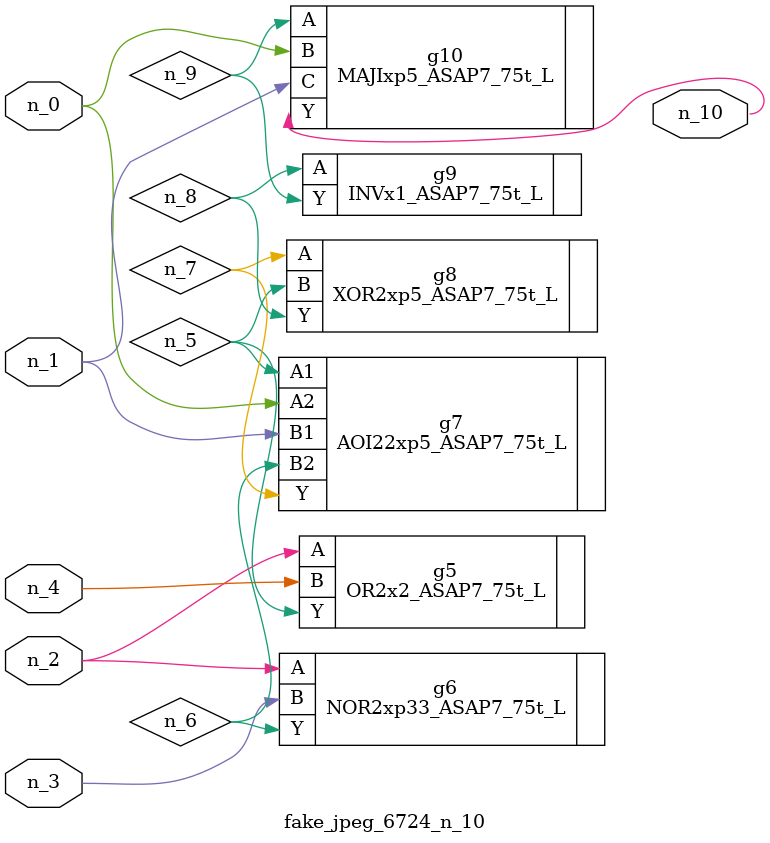
<source format=v>
module fake_jpeg_6724_n_10 (n_3, n_2, n_1, n_0, n_4, n_10);

input n_3;
input n_2;
input n_1;
input n_0;
input n_4;

output n_10;

wire n_8;
wire n_9;
wire n_6;
wire n_5;
wire n_7;

OR2x2_ASAP7_75t_L g5 ( 
.A(n_2),
.B(n_4),
.Y(n_5)
);

NOR2xp33_ASAP7_75t_L g6 ( 
.A(n_2),
.B(n_3),
.Y(n_6)
);

AOI22xp5_ASAP7_75t_L g7 ( 
.A1(n_5),
.A2(n_0),
.B1(n_1),
.B2(n_6),
.Y(n_7)
);

XOR2xp5_ASAP7_75t_L g8 ( 
.A(n_7),
.B(n_5),
.Y(n_8)
);

INVx1_ASAP7_75t_L g9 ( 
.A(n_8),
.Y(n_9)
);

MAJIxp5_ASAP7_75t_L g10 ( 
.A(n_9),
.B(n_0),
.C(n_1),
.Y(n_10)
);


endmodule
</source>
